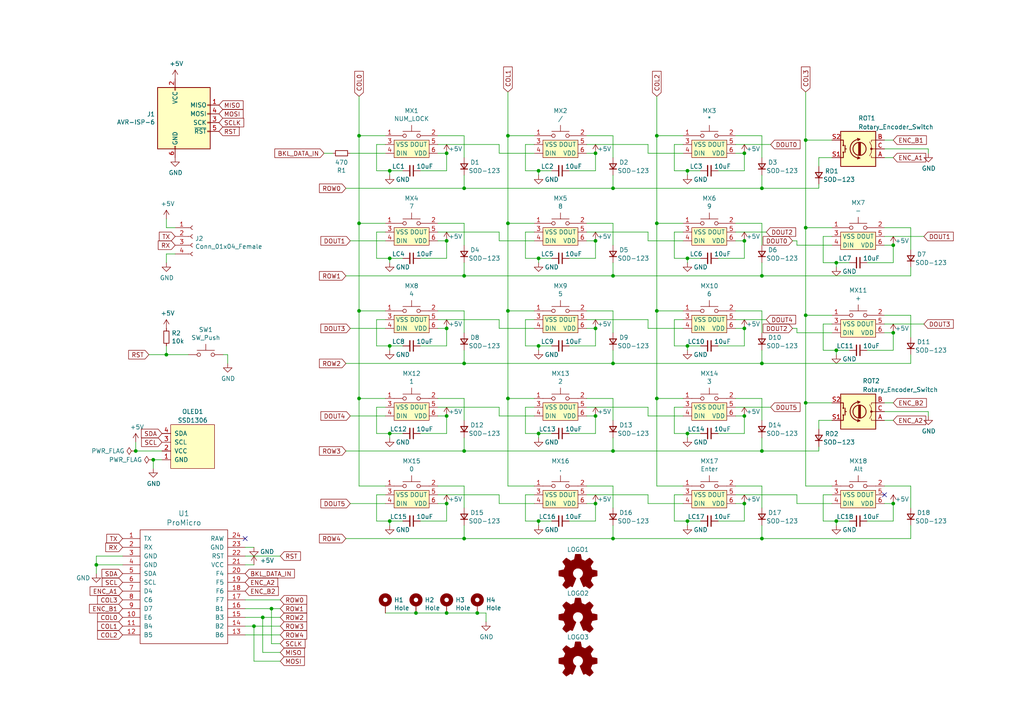
<source format=kicad_sch>
(kicad_sch (version 20211123) (generator eeschema)
  (paper "A4")
  (junction (at 199.39 49.53))
  (junction (at 134.62 54.61))
  (junction (at 129.54 69.85))
  (junction (at 134.62 130.81))
  (junction (at 190.5 64.77))
  (junction (at 134.62 105.41))
  (junction (at 220.98 105.41))
  (junction (at 104.14 64.77))
  (junction (at 104.14 115.57))
  (junction (at 172.72 120.65))
  (junction (at 233.68 91.44))
  (junction (at 259.08 71.12))
  (junction (at 172.72 69.85))
  (junction (at 78.74 176.53))
  (junction (at 259.08 146.05))
  (junction (at 134.62 80.01))
  (junction (at 220.98 130.81))
  (junction (at 129.54 95.25))
  (junction (at 177.8 130.81))
  (junction (at 147.32 64.77))
  (junction (at 199.39 125.73))
  (junction (at 104.14 90.17))
  (junction (at 129.54 146.05))
  (junction (at 199.39 151.13))
  (junction (at 120.65 177.8))
  (junction (at 215.9 44.45))
  (junction (at 113.03 125.73))
  (junction (at 199.39 100.33))
  (junction (at 177.8 80.01))
  (junction (at 113.03 74.93))
  (junction (at 104.14 39.37))
  (junction (at 233.68 116.84))
  (junction (at 215.9 146.05))
  (junction (at 215.9 120.65))
  (junction (at 215.9 69.85))
  (junction (at 190.5 39.37))
  (junction (at 177.8 156.21))
  (junction (at 177.8 54.61))
  (junction (at 48.26 102.87))
  (junction (at 220.98 156.21))
  (junction (at 215.9 95.25))
  (junction (at 233.68 66.04))
  (junction (at 113.03 151.13))
  (junction (at 199.39 74.93))
  (junction (at 190.5 115.57))
  (junction (at 147.32 39.37))
  (junction (at 156.21 151.13))
  (junction (at 172.72 146.05))
  (junction (at 220.98 80.01))
  (junction (at 156.21 125.73))
  (junction (at 177.8 105.41))
  (junction (at 27.94 163.83))
  (junction (at 156.21 100.33))
  (junction (at 138.43 177.8))
  (junction (at 172.72 95.25))
  (junction (at 134.62 156.21))
  (junction (at 129.54 120.65))
  (junction (at 129.54 44.45))
  (junction (at 156.21 49.53))
  (junction (at 147.32 90.17))
  (junction (at 190.5 90.17))
  (junction (at 242.57 101.6))
  (junction (at 156.21 74.93))
  (junction (at 44.45 133.35))
  (junction (at 113.03 100.33))
  (junction (at 242.57 151.13))
  (junction (at 73.66 181.61))
  (junction (at 113.03 49.53))
  (junction (at 76.2 179.07))
  (junction (at 259.08 96.52))
  (junction (at 129.54 177.8))
  (junction (at 233.68 40.64))
  (junction (at 147.32 115.57))
  (junction (at 172.72 44.45))
  (junction (at 39.37 130.81))
  (junction (at 242.57 76.2))
  (junction (at 220.98 54.61))
  (no_connect (at 71.12 156.21))
  (no_connect (at 256.54 143.51))
  (wire (pts (xy 220.98 101.6) (xy 220.98 105.41)))
  (wire (pts (xy 199.39 49.53) (xy 203.2 49.53)))
  (wire (pts (xy 213.36 69.85) (xy 215.9 69.85)))
  (wire (pts (xy 134.62 39.37) (xy 134.62 45.72)))
  (wire (pts (xy 213.36 90.17) (xy 220.98 90.17)))
  (wire (pts (xy 113.03 151.13) (xy 116.84 151.13)))
  (wire (pts (xy 195.58 41.91) (xy 195.58 49.53)))
  (wire (pts (xy 256.54 96.52) (xy 259.08 96.52)))
  (wire (pts (xy 170.18 39.37) (xy 177.8 39.37)))
  (wire (pts (xy 100.33 80.01) (xy 134.62 80.01)))
  (wire (pts (xy 187.96 67.31) (xy 187.96 69.85)))
  (wire (pts (xy 152.4 100.33) (xy 156.21 100.33)))
  (wire (pts (xy 220.98 64.77) (xy 220.98 71.12)))
  (wire (pts (xy 81.28 186.69) (xy 78.74 186.69)))
  (wire (pts (xy 109.22 41.91) (xy 109.22 49.53)))
  (wire (pts (xy 199.39 125.73) (xy 203.2 125.73)))
  (wire (pts (xy 71.12 176.53) (xy 78.74 176.53)))
  (wire (pts (xy 134.62 140.97) (xy 134.62 147.32)))
  (wire (pts (xy 256.54 45.72) (xy 259.08 45.72)))
  (wire (pts (xy 187.96 92.71) (xy 187.96 95.25)))
  (wire (pts (xy 187.96 41.91) (xy 187.96 44.45)))
  (wire (pts (xy 220.98 152.4) (xy 220.98 156.21)))
  (wire (pts (xy 256.54 140.97) (xy 264.16 140.97)))
  (wire (pts (xy 134.62 127) (xy 134.62 130.81)))
  (wire (pts (xy 177.8 115.57) (xy 177.8 121.92)))
  (wire (pts (xy 66.04 105.41) (xy 66.04 102.87)))
  (wire (pts (xy 231.14 95.25) (xy 229.87 95.25)))
  (wire (pts (xy 44.45 135.89) (xy 44.45 133.35)))
  (wire (pts (xy 199.39 76.2) (xy 199.39 74.93)))
  (wire (pts (xy 140.97 177.8) (xy 140.97 180.34)))
  (wire (pts (xy 187.96 143.51) (xy 187.96 146.05)))
  (wire (pts (xy 81.28 189.23) (xy 76.2 189.23)))
  (wire (pts (xy 241.3 93.98) (xy 238.76 93.98)))
  (wire (pts (xy 127 115.57) (xy 134.62 115.57)))
  (wire (pts (xy 233.68 116.84) (xy 233.68 91.44)))
  (wire (pts (xy 198.12 90.17) (xy 190.5 90.17)))
  (wire (pts (xy 73.66 191.77) (xy 73.66 181.61)))
  (wire (pts (xy 152.4 143.51) (xy 152.4 151.13)))
  (wire (pts (xy 215.9 146.05) (xy 215.9 151.13)))
  (wire (pts (xy 242.57 101.6) (xy 246.38 101.6)))
  (wire (pts (xy 113.03 49.53) (xy 116.84 49.53)))
  (wire (pts (xy 127 140.97) (xy 134.62 140.97)))
  (wire (pts (xy 109.22 118.11) (xy 109.22 125.73)))
  (wire (pts (xy 144.78 120.65) (xy 154.94 120.65)))
  (wire (pts (xy 213.36 44.45) (xy 215.9 44.45)))
  (wire (pts (xy 134.62 76.2) (xy 134.62 80.01)))
  (wire (pts (xy 213.36 120.65) (xy 215.9 120.65)))
  (wire (pts (xy 241.3 140.97) (xy 233.68 140.97)))
  (wire (pts (xy 238.76 101.6) (xy 242.57 101.6)))
  (wire (pts (xy 165.1 74.93) (xy 172.72 74.93)))
  (wire (pts (xy 50.8 66.04) (xy 48.26 66.04)))
  (wire (pts (xy 170.18 44.45) (xy 172.72 44.45)))
  (wire (pts (xy 238.76 76.2) (xy 242.57 76.2)))
  (wire (pts (xy 190.5 115.57) (xy 190.5 140.97)))
  (wire (pts (xy 241.3 71.12) (xy 231.14 71.12)))
  (wire (pts (xy 170.18 92.71) (xy 187.96 92.71)))
  (wire (pts (xy 208.28 100.33) (xy 215.9 100.33)))
  (wire (pts (xy 238.76 143.51) (xy 238.76 151.13)))
  (wire (pts (xy 233.68 40.64) (xy 233.68 66.04)))
  (wire (pts (xy 154.94 143.51) (xy 152.4 143.51)))
  (wire (pts (xy 223.52 41.91) (xy 213.36 41.91)))
  (wire (pts (xy 113.03 74.93) (xy 116.84 74.93)))
  (wire (pts (xy 241.3 45.72) (xy 237.49 45.72)))
  (wire (pts (xy 259.08 71.12) (xy 259.08 76.2)))
  (wire (pts (xy 242.57 152.4) (xy 242.57 151.13)))
  (wire (pts (xy 109.22 125.73) (xy 113.03 125.73)))
  (wire (pts (xy 165.1 100.33) (xy 172.72 100.33)))
  (wire (pts (xy 127 120.65) (xy 129.54 120.65)))
  (wire (pts (xy 222.25 92.71) (xy 213.36 92.71)))
  (wire (pts (xy 109.22 67.31) (xy 109.22 74.93)))
  (wire (pts (xy 241.3 66.04) (xy 233.68 66.04)))
  (wire (pts (xy 76.2 189.23) (xy 76.2 179.07)))
  (wire (pts (xy 152.4 49.53) (xy 156.21 49.53)))
  (wire (pts (xy 127 146.05) (xy 129.54 146.05)))
  (wire (pts (xy 152.4 92.71) (xy 152.4 100.33)))
  (wire (pts (xy 256.54 116.84) (xy 259.08 116.84)))
  (wire (pts (xy 215.9 120.65) (xy 215.9 125.73)))
  (wire (pts (xy 198.12 41.91) (xy 195.58 41.91)))
  (wire (pts (xy 238.76 68.58) (xy 238.76 76.2)))
  (wire (pts (xy 170.18 143.51) (xy 187.96 143.51)))
  (wire (pts (xy 113.03 125.73) (xy 116.84 125.73)))
  (wire (pts (xy 109.22 100.33) (xy 113.03 100.33)))
  (wire (pts (xy 147.32 64.77) (xy 147.32 90.17)))
  (wire (pts (xy 154.94 92.71) (xy 152.4 92.71)))
  (wire (pts (xy 134.62 54.61) (xy 177.8 54.61)))
  (wire (pts (xy 177.8 90.17) (xy 177.8 96.52)))
  (wire (pts (xy 177.8 76.2) (xy 177.8 80.01)))
  (wire (pts (xy 100.33 105.41) (xy 134.62 105.41)))
  (wire (pts (xy 154.94 90.17) (xy 147.32 90.17)))
  (wire (pts (xy 190.5 90.17) (xy 190.5 115.57)))
  (wire (pts (xy 100.33 156.21) (xy 134.62 156.21)))
  (wire (pts (xy 170.18 118.11) (xy 187.96 118.11)))
  (wire (pts (xy 238.76 93.98) (xy 238.76 101.6)))
  (wire (pts (xy 215.9 95.25) (xy 215.9 100.33)))
  (wire (pts (xy 231.14 96.52) (xy 231.14 95.25)))
  (wire (pts (xy 256.54 146.05) (xy 259.08 146.05)))
  (wire (pts (xy 127 41.91) (xy 144.78 41.91)))
  (wire (pts (xy 144.78 44.45) (xy 154.94 44.45)))
  (wire (pts (xy 71.12 184.15) (xy 81.28 184.15)))
  (wire (pts (xy 100.33 54.61) (xy 134.62 54.61)))
  (wire (pts (xy 127 64.77) (xy 134.62 64.77)))
  (wire (pts (xy 113.03 50.8) (xy 113.03 49.53)))
  (wire (pts (xy 208.28 49.53) (xy 215.9 49.53)))
  (wire (pts (xy 259.08 146.05) (xy 259.08 151.13)))
  (wire (pts (xy 147.32 39.37) (xy 147.32 26.67)))
  (wire (pts (xy 127 90.17) (xy 134.62 90.17)))
  (wire (pts (xy 220.98 50.8) (xy 220.98 54.61)))
  (wire (pts (xy 121.92 100.33) (xy 129.54 100.33)))
  (wire (pts (xy 199.39 74.93) (xy 203.2 74.93)))
  (wire (pts (xy 256.54 119.38) (xy 269.24 119.38)))
  (wire (pts (xy 129.54 69.85) (xy 129.54 74.93)))
  (wire (pts (xy 100.33 130.81) (xy 134.62 130.81)))
  (wire (pts (xy 199.39 101.6) (xy 199.39 100.33)))
  (wire (pts (xy 156.21 100.33) (xy 160.02 100.33)))
  (wire (pts (xy 48.26 73.66) (xy 50.8 73.66)))
  (wire (pts (xy 138.43 177.8) (xy 129.54 177.8)))
  (wire (pts (xy 251.46 76.2) (xy 259.08 76.2)))
  (wire (pts (xy 71.12 179.07) (xy 76.2 179.07)))
  (wire (pts (xy 154.94 115.57) (xy 147.32 115.57)))
  (wire (pts (xy 101.6 69.85) (xy 111.76 69.85)))
  (wire (pts (xy 170.18 115.57) (xy 177.8 115.57)))
  (wire (pts (xy 233.68 26.67) (xy 233.68 40.64)))
  (wire (pts (xy 233.68 66.04) (xy 233.68 91.44)))
  (wire (pts (xy 172.72 95.25) (xy 172.72 100.33)))
  (wire (pts (xy 127 92.71) (xy 144.78 92.71)))
  (wire (pts (xy 213.36 115.57) (xy 220.98 115.57)))
  (wire (pts (xy 113.03 100.33) (xy 116.84 100.33)))
  (wire (pts (xy 76.2 179.07) (xy 81.28 179.07)))
  (wire (pts (xy 78.74 176.53) (xy 81.28 176.53)))
  (wire (pts (xy 198.12 92.71) (xy 195.58 92.71)))
  (wire (pts (xy 144.78 67.31) (xy 144.78 69.85)))
  (wire (pts (xy 264.16 152.4) (xy 264.16 156.21)))
  (wire (pts (xy 152.4 118.11) (xy 152.4 125.73)))
  (wire (pts (xy 48.26 102.87) (xy 48.26 100.33)))
  (wire (pts (xy 177.8 156.21) (xy 220.98 156.21)))
  (wire (pts (xy 190.5 64.77) (xy 190.5 90.17)))
  (wire (pts (xy 187.96 95.25) (xy 198.12 95.25)))
  (wire (pts (xy 195.58 92.71) (xy 195.58 100.33)))
  (wire (pts (xy 27.94 163.83) (xy 27.94 166.37)))
  (wire (pts (xy 127 67.31) (xy 144.78 67.31)))
  (wire (pts (xy 101.6 120.65) (xy 111.76 120.65)))
  (wire (pts (xy 264.16 91.44) (xy 264.16 97.79)))
  (wire (pts (xy 109.22 49.53) (xy 113.03 49.53)))
  (wire (pts (xy 111.76 67.31) (xy 109.22 67.31)))
  (wire (pts (xy 111.76 41.91) (xy 109.22 41.91)))
  (wire (pts (xy 264.16 140.97) (xy 264.16 147.32)))
  (wire (pts (xy 165.1 49.53) (xy 172.72 49.53)))
  (wire (pts (xy 127 44.45) (xy 129.54 44.45)))
  (wire (pts (xy 134.62 130.81) (xy 177.8 130.81)))
  (wire (pts (xy 241.3 40.64) (xy 233.68 40.64)))
  (wire (pts (xy 220.98 130.81) (xy 237.49 130.81)))
  (wire (pts (xy 154.94 39.37) (xy 147.32 39.37)))
  (wire (pts (xy 231.14 69.85) (xy 229.87 69.85)))
  (wire (pts (xy 213.36 64.77) (xy 220.98 64.77)))
  (wire (pts (xy 39.37 130.81) (xy 46.99 130.81)))
  (wire (pts (xy 269.24 120.65) (xy 269.24 119.38)))
  (wire (pts (xy 73.66 163.83) (xy 71.12 163.83)))
  (wire (pts (xy 104.14 90.17) (xy 104.14 115.57)))
  (wire (pts (xy 144.78 146.05) (xy 154.94 146.05)))
  (wire (pts (xy 165.1 125.73) (xy 172.72 125.73)))
  (wire (pts (xy 144.78 92.71) (xy 144.78 95.25)))
  (wire (pts (xy 121.92 49.53) (xy 129.54 49.53)))
  (wire (pts (xy 127 69.85) (xy 129.54 69.85)))
  (wire (pts (xy 199.39 151.13) (xy 203.2 151.13)))
  (wire (pts (xy 195.58 118.11) (xy 195.58 125.73)))
  (wire (pts (xy 220.98 105.41) (xy 264.16 105.41)))
  (wire (pts (xy 208.28 74.93) (xy 215.9 74.93)))
  (wire (pts (xy 121.92 74.93) (xy 129.54 74.93)))
  (wire (pts (xy 220.98 127) (xy 220.98 130.81)))
  (wire (pts (xy 256.54 68.58) (xy 267.97 68.58)))
  (wire (pts (xy 251.46 101.6) (xy 259.08 101.6)))
  (wire (pts (xy 111.76 90.17) (xy 104.14 90.17)))
  (wire (pts (xy 113.03 76.2) (xy 113.03 74.93)))
  (wire (pts (xy 195.58 74.93) (xy 199.39 74.93)))
  (wire (pts (xy 187.96 69.85) (xy 198.12 69.85)))
  (wire (pts (xy 104.14 115.57) (xy 104.14 140.97)))
  (wire (pts (xy 170.18 120.65) (xy 172.72 120.65)))
  (wire (pts (xy 48.26 76.2) (xy 48.26 73.66)))
  (wire (pts (xy 195.58 125.73) (xy 199.39 125.73)))
  (wire (pts (xy 144.78 95.25) (xy 154.94 95.25)))
  (wire (pts (xy 172.72 120.65) (xy 172.72 125.73)))
  (wire (pts (xy 241.3 121.92) (xy 237.49 121.92)))
  (wire (pts (xy 177.8 64.77) (xy 177.8 71.12)))
  (wire (pts (xy 208.28 125.73) (xy 215.9 125.73)))
  (wire (pts (xy 134.62 90.17) (xy 134.62 96.52)))
  (wire (pts (xy 39.37 130.81) (xy 39.37 128.27)))
  (wire (pts (xy 220.98 54.61) (xy 237.49 54.61)))
  (wire (pts (xy 220.98 39.37) (xy 220.98 45.72)))
  (wire (pts (xy 129.54 95.25) (xy 129.54 100.33)))
  (wire (pts (xy 81.28 191.77) (xy 73.66 191.77)))
  (wire (pts (xy 220.98 80.01) (xy 264.16 80.01)))
  (wire (pts (xy 190.5 39.37) (xy 190.5 27.94)))
  (wire (pts (xy 198.12 143.51) (xy 195.58 143.51)))
  (wire (pts (xy 231.14 146.05) (xy 241.3 146.05)))
  (wire (pts (xy 134.62 101.6) (xy 134.62 105.41)))
  (wire (pts (xy 213.36 118.11) (xy 223.52 118.11)))
  (wire (pts (xy 73.66 181.61) (xy 81.28 181.61)))
  (wire (pts (xy 220.98 76.2) (xy 220.98 80.01)))
  (wire (pts (xy 177.8 101.6) (xy 177.8 105.41)))
  (wire (pts (xy 71.12 173.99) (xy 81.28 173.99)))
  (wire (pts (xy 134.62 115.57) (xy 134.62 121.92)))
  (wire (pts (xy 199.39 127) (xy 199.39 125.73)))
  (wire (pts (xy 198.12 118.11) (xy 195.58 118.11)))
  (wire (pts (xy 109.22 92.71) (xy 109.22 100.33)))
  (wire (pts (xy 251.46 151.13) (xy 259.08 151.13)))
  (wire (pts (xy 147.32 39.37) (xy 147.32 64.77)))
  (wire (pts (xy 111.76 118.11) (xy 109.22 118.11)))
  (wire (pts (xy 111.76 143.51) (xy 109.22 143.51)))
  (wire (pts (xy 187.96 44.45) (xy 198.12 44.45)))
  (wire (pts (xy 177.8 140.97) (xy 177.8 147.32)))
  (wire (pts (xy 177.8 39.37) (xy 177.8 45.72)))
  (wire (pts (xy 208.28 151.13) (xy 215.9 151.13)))
  (wire (pts (xy 256.54 71.12) (xy 259.08 71.12)))
  (wire (pts (xy 195.58 100.33) (xy 199.39 100.33)))
  (wire (pts (xy 237.49 130.81) (xy 237.49 129.54)))
  (wire (pts (xy 238.76 151.13) (xy 242.57 151.13)))
  (wire (pts (xy 152.4 151.13) (xy 156.21 151.13)))
  (wire (pts (xy 113.03 101.6) (xy 113.03 100.33)))
  (wire (pts (xy 43.18 102.87) (xy 48.26 102.87)))
  (wire (pts (xy 35.56 163.83) (xy 27.94 163.83)))
  (wire (pts (xy 256.54 91.44) (xy 264.16 91.44)))
  (wire (pts (xy 241.3 68.58) (xy 238.76 68.58)))
  (wire (pts (xy 147.32 90.17) (xy 147.32 115.57)))
  (wire (pts (xy 170.18 67.31) (xy 187.96 67.31)))
  (wire (pts (xy 190.5 39.37) (xy 190.5 64.77)))
  (wire (pts (xy 231.14 71.12) (xy 231.14 69.85)))
  (wire (pts (xy 213.36 146.05) (xy 215.9 146.05)))
  (wire (pts (xy 121.92 125.73) (xy 129.54 125.73)))
  (wire (pts (xy 48.26 66.04) (xy 48.26 63.5)))
  (wire (pts (xy 259.08 96.52) (xy 259.08 101.6)))
  (wire (pts (xy 242.57 102.87) (xy 242.57 101.6)))
  (wire (pts (xy 66.04 102.87) (xy 64.77 102.87)))
  (wire (pts (xy 177.8 105.41) (xy 220.98 105.41)))
  (wire (pts (xy 264.16 102.87) (xy 264.16 105.41)))
  (wire (pts (xy 101.6 146.05) (xy 111.76 146.05)))
  (wire (pts (xy 109.22 143.51) (xy 109.22 151.13)))
  (wire (pts (xy 170.18 146.05) (xy 172.72 146.05)))
  (wire (pts (xy 198.12 39.37) (xy 190.5 39.37)))
  (wire (pts (xy 109.22 151.13) (xy 113.03 151.13)))
  (wire (pts (xy 156.21 49.53) (xy 160.02 49.53)))
  (wire (pts (xy 198.12 64.77) (xy 190.5 64.77)))
  (wire (pts (xy 156.21 74.93) (xy 160.02 74.93)))
  (wire (pts (xy 220.98 90.17) (xy 220.98 96.52)))
  (wire (pts (xy 256.54 43.18) (xy 269.24 43.18)))
  (wire (pts (xy 101.6 44.45) (xy 111.76 44.45)))
  (wire (pts (xy 220.98 115.57) (xy 220.98 121.92)))
  (wire (pts (xy 256.54 40.64) (xy 259.08 40.64)))
  (wire (pts (xy 144.78 41.91) (xy 144.78 44.45)))
  (wire (pts (xy 134.62 152.4) (xy 134.62 156.21)))
  (wire (pts (xy 237.49 121.92) (xy 237.49 124.46)))
  (wire (pts (xy 213.36 143.51) (xy 231.14 143.51)))
  (wire (pts (xy 129.54 44.45) (xy 129.54 49.53)))
  (wire (pts (xy 54.61 102.87) (xy 48.26 102.87)))
  (wire (pts (xy 215.9 44.45) (xy 215.9 49.53)))
  (wire (pts (xy 109.22 74.93) (xy 113.03 74.93)))
  (wire (pts (xy 147.32 115.57) (xy 147.32 140.97)))
  (wire (pts (xy 177.8 80.01) (xy 220.98 80.01)))
  (wire (pts (xy 170.18 140.97) (xy 177.8 140.97)))
  (wire (pts (xy 195.58 151.13) (xy 199.39 151.13)))
  (wire (pts (xy 156.21 152.4) (xy 156.21 151.13)))
  (wire (pts (xy 111.76 39.37) (xy 104.14 39.37)))
  (wire (pts (xy 256.54 93.98) (xy 267.97 93.98)))
  (wire (pts (xy 152.4 74.93) (xy 156.21 74.93)))
  (wire (pts (xy 199.39 50.8) (xy 199.39 49.53)))
  (wire (pts (xy 144.78 118.11) (xy 144.78 120.65)))
  (wire (pts (xy 195.58 143.51) (xy 195.58 151.13)))
  (wire (pts (xy 134.62 50.8) (xy 134.62 54.61)))
  (wire (pts (xy 46.99 133.35) (xy 44.45 133.35)))
  (wire (pts (xy 154.94 67.31) (xy 152.4 67.31)))
  (wire (pts (xy 222.25 67.31) (xy 213.36 67.31)))
  (wire (pts (xy 231.14 146.05) (xy 231.14 143.51)))
  (wire (pts (xy 199.39 100.33) (xy 203.2 100.33)))
  (wire (pts (xy 154.94 64.77) (xy 147.32 64.77)))
  (wire (pts (xy 241.3 143.51) (xy 238.76 143.51)))
  (wire (pts (xy 170.18 69.85) (xy 172.72 69.85)))
  (wire (pts (xy 156.21 50.8) (xy 156.21 49.53)))
  (wire (pts (xy 195.58 67.31) (xy 195.58 74.93)))
  (wire (pts (xy 172.72 69.85) (xy 172.72 74.93)))
  (wire (pts (xy 187.96 120.65) (xy 198.12 120.65)))
  (wire (pts (xy 198.12 115.57) (xy 190.5 115.57)))
  (wire (pts (xy 127 95.25) (xy 129.54 95.25)))
  (wire (pts (xy 195.58 49.53) (xy 199.39 49.53)))
  (wire (pts (xy 104.14 39.37) (xy 104.14 64.77)))
  (wire (pts (xy 156.21 101.6) (xy 156.21 100.33)))
  (wire (pts (xy 78.74 186.69) (xy 78.74 176.53)))
  (wire (pts (xy 144.78 69.85) (xy 154.94 69.85)))
  (wire (pts (xy 213.36 140.97) (xy 220.98 140.97)))
  (wire (pts (xy 215.9 69.85) (xy 215.9 74.93)))
  (wire (pts (xy 154.94 41.91) (xy 152.4 41.91)))
  (wire (pts (xy 111.76 64.77) (xy 104.14 64.77)))
  (wire (pts (xy 177.8 127) (xy 177.8 130.81)))
  (wire (pts (xy 170.18 41.91) (xy 187.96 41.91)))
  (wire (pts (xy 187.96 118.11) (xy 187.96 120.65)))
  (wire (pts (xy 111.76 140.97) (xy 104.14 140.97)))
  (wire (pts (xy 237.49 54.61) (xy 237.49 53.34)))
  (wire (pts (xy 104.14 64.77) (xy 104.14 90.17)))
  (wire (pts (xy 156.21 127) (xy 156.21 125.73)))
  (wire (pts (xy 154.94 118.11) (xy 152.4 118.11)))
  (wire (pts (xy 187.96 146.05) (xy 198.12 146.05)))
  (wire (pts (xy 198.12 140.97) (xy 190.5 140.97)))
  (wire (pts (xy 241.3 91.44) (xy 233.68 91.44)))
  (wire (pts (xy 242.57 76.2) (xy 246.38 76.2)))
  (wire (pts (xy 71.12 161.29) (xy 81.28 161.29)))
  (wire (pts (xy 170.18 64.77) (xy 177.8 64.77)))
  (wire (pts (xy 27.94 161.29) (xy 27.94 163.83)))
  (wire (pts (xy 213.36 95.25) (xy 215.9 95.25)))
  (wire (pts (xy 220.98 140.97) (xy 220.98 147.32)))
  (wire (pts (xy 152.4 41.91) (xy 152.4 49.53)))
  (wire (pts (xy 242.57 77.47) (xy 242.57 76.2)))
  (wire (pts (xy 242.57 151.13) (xy 246.38 151.13)))
  (wire (pts (xy 177.8 152.4) (xy 177.8 156.21)))
  (wire (pts (xy 111.76 115.57) (xy 104.14 115.57)))
  (wire (pts (xy 127 118.11) (xy 144.78 118.11)))
  (wire (pts (xy 101.6 95.25) (xy 111.76 95.25)))
  (wire (pts (xy 199.39 152.4) (xy 199.39 151.13)))
  (wire (pts (xy 152.4 125.73) (xy 156.21 125.73)))
  (wire (pts (xy 154.94 140.97) (xy 147.32 140.97)))
  (wire (pts (xy 172.72 146.05) (xy 172.72 151.13)))
  (wire (pts (xy 152.4 67.31) (xy 152.4 74.93)))
  (wire (pts (xy 256.54 66.04) (xy 264.16 66.04)))
  (wire (pts (xy 111.76 92.71) (xy 109.22 92.71)))
  (wire (pts (xy 129.54 146.05) (xy 129.54 151.13)))
  (wire (pts (xy 170.18 95.25) (xy 172.72 95.25)))
  (wire (pts (xy 213.36 39.37) (xy 220.98 39.37)))
  (wire (pts (xy 144.78 143.51) (xy 144.78 146.05)))
  (wire (pts (xy 156.21 151.13) (xy 160.02 151.13)))
  (wire (pts (xy 120.65 177.8) (xy 111.76 177.8)))
  (wire (pts (xy 165.1 151.13) (xy 172.72 151.13)))
  (wire (pts (xy 156.21 76.2) (xy 156.21 74.93)))
  (wire (pts (xy 237.49 45.72) (xy 237.49 48.26)))
  (wire (pts (xy 177.8 50.8) (xy 177.8 54.61)))
  (wire (pts (xy 71.12 158.75) (xy 73.66 158.75)))
  (wire (pts (xy 241.3 116.84) (xy 233.68 116.84)))
  (wire (pts (xy 134.62 156.21) (xy 177.8 156.21)))
  (wire (pts (xy 264.16 77.47) (xy 264.16 80.01)))
  (wire (pts (xy 177.8 54.61) (xy 220.98 54.61)))
  (wire (pts (xy 113.03 152.4) (xy 113.03 151.13)))
  (wire (pts (xy 134.62 64.77) (xy 134.62 71.12)))
  (wire (pts (xy 220.98 156.21) (xy 264.16 156.21)))
  (wire (pts (xy 134.62 105.41) (xy 177.8 105.41)))
  (wire (pts (xy 134.62 80.01) (xy 177.8 80.01)))
  (wire (pts (xy 113.03 127) (xy 113.03 125.73)))
  (wire (pts (xy 233.68 116.84) (xy 233.68 140.97)))
  (wire (pts (xy 127 143.51) (xy 144.78 143.51)))
  (wire (pts (xy 177.8 130.81) (xy 220.98 130.81)))
  (wire (pts (xy 156.21 125.73) (xy 160.02 125.73)))
  (wire (pts (xy 138.43 177.8) (xy 140.97 177.8)))
  (wire (pts (xy 170.18 90.17) (xy 177.8 90.17)))
  (wire (pts (xy 129.54 177.8) (xy 120.65 177.8)))
  (wire (pts (xy 127 39.37) (xy 134.62 39.37)))
  (wire (pts (xy 172.72 44.45) (xy 172.72 49.53)))
  (wire (pts (xy 71.12 181.61) (xy 73.66 181.61)))
  (wire (pts (xy 96.52 44.45) (xy 93.98 44.45)))
  (wire (pts (xy 121.92 151.13) (xy 129.54 151.13)))
  (wire (pts (xy 27.94 161.29) (xy 35.56 161.29)))
  (wire (pts (xy 104.14 39.37) (xy 104.14 27.94)))
  (wire (pts (xy 129.54 120.65) (xy 129.54 125.73)))
  (wire (pts (xy 269.24 44.45) (xy 269.24 43.18)))
  (wire (pts (xy 264.16 66.04) (xy 264.16 72.39)))
  (wire (pts (xy 259.08 121.92) (xy 256.54 121.92)))
  (wire (pts (xy 241.3 96.52) (xy 231.14 96.52)))
  (wire (pts (xy 198.12 67.31) (xy 195.58 67.31)))
  (global_label "MOSI" (shape input) (at 63.5 33.02 0) (property "Intersheet References" "${INTERSHEET_REFS}" (effects hide)))
  (global_label "COL0" (shape input) (at 35.56 179.07 180) (property "Intersheet References" "${INTERSHEET_REFS}" (effects hide)))
  (global_label "ROW1" (shape input) (at 100.33 80.01 180) (property "Intersheet References" "${INTERSHEET_REFS}" (effects hide)))
  (global_label "DOUT5" (shape input) (at 101.6 146.05 180) (property "Intersheet References" "${INTERSHEET_REFS}" (effects hide)))
  (global_label "ROW0" (shape input) (at 100.33 54.61 180) (property "Intersheet References" "${INTERSHEET_REFS}" (effects hide)))
  (global_label "COL1" (shape input) (at 147.32 26.67 90) (property "Intersheet References" "${INTERSHEET_REFS}" (effects hide)))
  (global_label "SCLK" (shape input) (at 63.5 35.56 0) (property "Intersheet References" "${INTERSHEET_REFS}" (effects hide)))
  (global_label "SCLK" (shape input) (at 81.28 186.69 0) (property "Intersheet References" "${INTERSHEET_REFS}" (effects hide)))
  (global_label "ROW2" (shape input) (at 81.28 179.07 0) (property "Intersheet References" "${INTERSHEET_REFS}" (effects hide)))
  (global_label "DOUT4" (shape input) (at 222.25 92.71 0) (property "Intersheet References" "${INTERSHEET_REFS}" (effects hide)))
  (global_label "ENC_B1" (shape input) (at 35.56 176.53 180) (property "Intersheet References" "${INTERSHEET_REFS}" (effects hide)))
  (global_label "RX" (shape input) (at 50.8 71.12 180) (property "Intersheet References" "${INTERSHEET_REFS}" (effects hide)))
  (global_label "SCL" (shape input) (at 35.56 168.91 180) (property "Intersheet References" "${INTERSHEET_REFS}" (effects hide)))
  (global_label "ENC_A1" (shape input) (at 259.08 45.72 0) (property "Intersheet References" "${INTERSHEET_REFS}" (effects hide)))
  (global_label "ENC_B2" (shape input) (at 259.08 116.84 0) (property "Intersheet References" "${INTERSHEET_REFS}" (effects hide)))
  (global_label "MISO" (shape input) (at 81.28 189.23 0) (property "Intersheet References" "${INTERSHEET_REFS}" (effects hide)))
  (global_label "ENC_A2" (shape input) (at 71.12 168.91 0) (property "Intersheet References" "${INTERSHEET_REFS}" (effects hide)))
  (global_label "DOUT5" (shape input) (at 223.52 118.11 0) (property "Intersheet References" "${INTERSHEET_REFS}" (effects hide)))
  (global_label "DOUT0" (shape input) (at 229.87 69.85 180) (property "Intersheet References" "${INTERSHEET_REFS}" (effects hide)))
  (global_label "SCL" (shape input) (at 46.99 128.27 180) (property "Intersheet References" "${INTERSHEET_REFS}" (effects hide)))
  (global_label "ROW4" (shape input) (at 100.33 156.21 180) (property "Intersheet References" "${INTERSHEET_REFS}" (effects hide)))
  (global_label "ENC_A1" (shape input) (at 35.56 171.45 180) (property "Intersheet References" "${INTERSHEET_REFS}" (effects hide)))
  (global_label "ENC_B2" (shape input) (at 71.12 171.45 0) (property "Intersheet References" "${INTERSHEET_REFS}" (effects hide)))
  (global_label "DOUT1" (shape input) (at 267.97 68.58 0) (property "Intersheet References" "${INTERSHEET_REFS}" (effects hide)))
  (global_label "DOUT2" (shape input) (at 222.25 67.31 0) (property "Intersheet References" "${INTERSHEET_REFS}" (effects hide)))
  (global_label "COL2" (shape input) (at 35.56 184.15 180) (property "Intersheet References" "${INTERSHEET_REFS}" (effects hide)))
  (global_label "ROW0" (shape input) (at 81.28 173.99 0) (property "Intersheet References" "${INTERSHEET_REFS}" (effects hide)))
  (global_label "SDA" (shape input) (at 46.99 125.73 180) (property "Intersheet References" "${INTERSHEET_REFS}" (effects hide)))
  (global_label "COL3" (shape input) (at 233.68 26.67 90) (property "Intersheet References" "${INTERSHEET_REFS}" (effects hide)))
  (global_label "ENC_A2" (shape input) (at 259.08 121.92 0) (property "Intersheet References" "${INTERSHEET_REFS}" (effects hide)))
  (global_label "MISO" (shape input) (at 63.5 30.48 0) (property "Intersheet References" "${INTERSHEET_REFS}" (effects hide)))
  (global_label "BKL_DATA_IN" (shape input) (at 71.12 166.37 0) (property "Intersheet References" "${INTERSHEET_REFS}" (effects hide)))
  (global_label "ROW3" (shape input) (at 100.33 130.81 180) (property "Intersheet References" "${INTERSHEET_REFS}" (effects hide)))
  (global_label "BKL_DATA_IN" (shape input) (at 93.98 44.45 180) (property "Intersheet References" "${INTERSHEET_REFS}" (effects hide)))
  (global_label "DOUT3" (shape input) (at 101.6 95.25 180) (property "Intersheet References" "${INTERSHEET_REFS}" (effects hide)))
  (global_label "DOUT2" (shape input) (at 229.87 95.25 180) (property "Intersheet References" "${INTERSHEET_REFS}" (effects hide)))
  (global_label "TX" (shape input) (at 35.56 156.21 180) (property "Intersheet References" "${INTERSHEET_REFS}" (effects hide)))
  (global_label "RST" (shape input) (at 81.28 161.29 0) (property "Intersheet References" "${INTERSHEET_REFS}" (effects hide)))
  (global_label "DOUT0" (shape input) (at 223.52 41.91 0) (property "Intersheet References" "${INTERSHEET_REFS}" (effects hide)))
  (global_label "COL0" (shape input) (at 104.14 27.94 90) (property "Intersheet References" "${INTERSHEET_REFS}" (effects hide)))
  (global_label "ROW4" (shape input) (at 81.28 184.15 0) (property "Intersheet References" "${INTERSHEET_REFS}" (effects hide)))
  (global_label "TX" (shape input) (at 50.8 68.58 180) (property "Intersheet References" "${INTERSHEET_REFS}" (effects hide)))
  (global_label "ROW1" (shape input) (at 81.28 176.53 0) (property "Intersheet References" "${INTERSHEET_REFS}" (effects hide)))
  (global_label "MOSI" (shape input) (at 81.28 191.77 0) (property "Intersheet References" "${INTERSHEET_REFS}" (effects hide)))
  (global_label "ROW2" (shape input) (at 100.33 105.41 180) (property "Intersheet References" "${INTERSHEET_REFS}" (effects hide)))
  (global_label "COL3" (shape input) (at 35.56 173.99 180) (property "Intersheet References" "${INTERSHEET_REFS}" (effects hide)))
  (global_label "RST" (shape input) (at 63.5 38.1 0) (property "Intersheet References" "${INTERSHEET_REFS}" (effects hide)))
  (global_label "ENC_B1" (shape input) (at 259.08 40.64 0) (property "Intersheet References" "${INTERSHEET_REFS}" (effects hide)))
  (global_label "ROW3" (shape input) (at 81.28 181.61 0) (property "Intersheet References" "${INTERSHEET_REFS}" (effects hide)))
  (global_label "COL1" (shape input) (at 35.56 181.61 180) (property "Intersheet References" "${INTERSHEET_REFS}" (effects hide)))
  (global_label "RX" (shape input) (at 35.56 158.75 180) (property "Intersheet References" "${INTERSHEET_REFS}" (effects hide)))
  (global_label "DOUT1" (shape input) (at 101.6 69.85 180) (property "Intersheet References" "${INTERSHEET_REFS}" (effects hide)))
  (global_label "RST" (shape input) (at 43.18 102.87 180) (property "Intersheet References" "${INTERSHEET_REFS}" (effects hide)))
  (global_label "SDA" (shape input) (at 35.56 166.37 180) (property "Intersheet References" "${INTERSHEET_REFS}" (effects hide)))
  (global_label "DOUT3" (shape input) (at 267.97 93.98 0) (property "Intersheet References" "${INTERSHEET_REFS}" (effects hide)))
  (global_label "COL2" (shape input) (at 190.5 27.94 90) (property "Intersheet References" "${INTERSHEET_REFS}" (effects hide)))
  (global_label "DOUT4" (shape input) (at 101.6 120.65 180) (property "Intersheet References" "${INTERSHEET_REFS}" (effects hide)))
  (symbol (lib_id "Connector:AVR-ISP-6") (at 53.34 35.56 0) (unit 1)
    (property "Reference" "J1" (at 44.9834 33.1216 0) (effects (justify right)))
    (property "Value" "AVR-ISP-6" (at 44.9834 35.433 0) (effects (justify right)))
    (property "Footprint" "Connector_PinHeader_2.54mm:PinHeader_2x03_P2.54mm_Vertical" (effects hide))
    (property "Datasheet" " ~" (effects hide))
    (property "JLCPCB BOM" "0" (effects hide))
  )
  (symbol (lib_id "power:GND") (at 27.94 166.37 0) (unit 1)
    (property "Reference" "#PWR044" (effects hide))
    (property "Value" "GND" (at 24.13 167.64 0))
  )
  (symbol (lib_id "Switch:SW_Push") (at 59.69 102.87 0) (unit 1)
    (property "Reference" "SW1" (at 59.69 95.631 0))
    (property "Value" "SW_Push" (at 59.69 97.9424 0))
    (property "Footprint" "random-keyboard-parts:SKQG-1155865" (effects hide))
    (property "LCSC Part" "C318884" (effects hide))
  )
  (symbol (lib_id "power:GND") (at 66.04 105.41 0) (unit 1)
    (property "Reference" "#PWR041" (effects hide))
    (property "Value" "GND" (at 66.167 109.8042 0))
  )
  (symbol (lib_id "Device:R_Small") (at 48.26 97.79 0) (unit 1)
    (property "Reference" "R2" (at 49.7586 96.6216 0) (effects (justify left)))
    (property "Value" "10k" (at 49.7586 98.933 0) (effects (justify left)))
    (property "Footprint" "Resistor_SMD:R_0805_2012Metric" (effects hide))
    (property "LCSC Part" "C17414" (effects hide))
  )
  (symbol (lib_id "power:+5V") (at 48.26 95.25 0) (unit 1)
    (property "Reference" "#PWR037" (effects hide))
    (property "Value" "+5V" (at 48.641 90.8558 0))
  )
  (symbol (lib_id "CherryMX:CherryMX_LTST-A683CEGBW") (at 119.38 67.31 0) (unit 1)
    (property "Reference" "MX4" (at 119.38 57.531 0))
    (property "Value" "7" (at 119.38 59.8424 0))
    (property "Footprint" "CherryMX_PCB_KailhSocket_LTST-A683CEGBW:CherryMX_1.00u_PCB_KailhSocket_LTST-A683CEGBW" (effects hide))
    (property "LCSC Part" "C524051" (effects hide))
  )
  (symbol (lib_id "power:+5V") (at 129.54 69.85 0) (unit 1)
    (property "Reference" "#PWR08" (effects hide))
    (property "Value" "+5V" (at 132.08 68.58 0))
  )
  (symbol (lib_id "Device:D_Small") (at 134.62 73.66 90) (unit 1)
    (property "Reference" "D4" (at 136.398 72.4916 90) (effects (justify right)))
    (property "Value" "SOD-123" (at 135.89 74.93 90) (effects (justify right)))
    (property "Footprint" "Diode_SMD:D_SOD-123" (effects hide))
    (property "LCSC Part" "C2128" (effects hide))
  )
  (symbol (lib_id "Device:C_Small") (at 119.38 74.93 270) (mirror x) (unit 1)
    (property "Reference" "LC4" (at 115.57 73.66 90))
    (property "Value" "10uF" (at 123.19 73.66 90))
    (property "Footprint" "Capacitor_SMD:C_0805_2012Metric" (effects hide))
    (property "LCSC Part" "C15850" (effects hide))
  )
  (symbol (lib_id "power:GND") (at 113.03 76.2 0) (unit 1)
    (property "Reference" "#PWR011" (effects hide))
    (property "Value" "GND" (at 116.84 77.47 0))
  )
  (symbol (lib_id "CherryMX:CherryMX_LTST-A683CEGBW") (at 162.56 67.31 0) (unit 1)
    (property "Reference" "MX5" (at 162.56 57.531 0))
    (property "Value" "8" (at 162.56 59.8424 0))
    (property "Footprint" "CherryMX_PCB_KailhSocket_LTST-A683CEGBW:CherryMX_1.00u_PCB_KailhSocket_LTST-A683CEGBW" (effects hide))
    (property "LCSC Part" "C524051" (effects hide))
  )
  (symbol (lib_id "power:+5V") (at 172.72 69.85 0) (unit 1)
    (property "Reference" "#PWR09" (effects hide))
    (property "Value" "+5V" (at 175.26 68.58 0))
  )
  (symbol (lib_id "Device:D_Small") (at 177.8 73.66 90) (unit 1)
    (property "Reference" "D5" (at 179.578 72.4916 90) (effects (justify right)))
    (property "Value" "SOD-123" (at 179.07 74.93 90) (effects (justify right)))
    (property "Footprint" "Diode_SMD:D_SOD-123" (effects hide))
    (property "LCSC Part" "C2128" (effects hide))
  )
  (symbol (lib_id "Device:C_Small") (at 162.56 74.93 270) (mirror x) (unit 1)
    (property "Reference" "LC5" (at 158.75 73.66 90))
    (property "Value" "10uF" (at 166.37 73.66 90))
    (property "Footprint" "Capacitor_SMD:C_0805_2012Metric" (effects hide))
    (property "LCSC Part" "C15850" (effects hide))
  )
  (symbol (lib_id "power:GND") (at 156.21 76.2 0) (unit 1)
    (property "Reference" "#PWR012" (effects hide))
    (property "Value" "GND" (at 160.02 77.47 0))
  )
  (symbol (lib_id "CherryMX:CherryMX_LTST-A683CEGBW") (at 205.74 67.31 0) (unit 1)
    (property "Reference" "MX6" (at 205.74 57.531 0))
    (property "Value" "9" (at 205.74 59.8424 0))
    (property "Footprint" "CherryMX_PCB_KailhSocket_LTST-A683CEGBW:CherryMX_1.00u_PCB_KailhSocket_LTST-A683CEGBW" (effects hide))
    (property "LCSC Part" "C524051" (effects hide))
  )
  (symbol (lib_id "power:+5V") (at 215.9 69.85 0) (unit 1)
    (property "Reference" "#PWR010" (effects hide))
    (property "Value" "+5V" (at 218.44 68.58 0))
  )
  (symbol (lib_id "Device:D_Small") (at 220.98 73.66 90) (unit 1)
    (property "Reference" "D6" (at 222.758 72.4916 90) (effects (justify right)))
    (property "Value" "SOD-123" (at 222.25 74.93 90) (effects (justify right)))
    (property "Footprint" "Diode_SMD:D_SOD-123" (effects hide))
    (property "LCSC Part" "C2128" (effects hide))
  )
  (symbol (lib_id "Device:C_Small") (at 205.74 74.93 270) (mirror x) (unit 1)
    (property "Reference" "LC6" (at 201.93 73.66 90))
    (property "Value" "10uF" (at 209.55 73.66 90))
    (property "Footprint" "Capacitor_SMD:C_0805_2012Metric" (effects hide))
    (property "LCSC Part" "C15850" (effects hide))
  )
  (symbol (lib_id "power:GND") (at 199.39 76.2 0) (unit 1)
    (property "Reference" "#PWR013" (effects hide))
    (property "Value" "GND" (at 203.2 77.47 0))
  )
  (symbol (lib_id "Device:R_Small") (at 99.06 44.45 270) (mirror x) (unit 1)
    (property "Reference" "R1" (at 99.06 49.4284 90))
    (property "Value" "470" (at 99.06 47.117 90))
    (property "Footprint" "Resistor_SMD:R_0805_2012Metric" (effects hide))
    (property "LCSC Part" "C17710" (effects hide))
  )
  (symbol (lib_id "Graphic:Logo_Open_Hardware_Small") (at 167.64 166.37 0) (unit 1)
    (property "Reference" "LOGO1" (at 167.64 159.385 0))
    (property "Value" "Logo_Open_Hardware_Small" (effects hide))
    (property "Footprint" "custom_footprints:logo" (effects hide))
    (property "JLCPCB BOM" "0" (effects hide))
  )
  (symbol (lib_id "Graphic:Logo_Open_Hardware_Small") (at 167.64 179.07 0) (unit 1)
    (property "Reference" "LOGO2" (at 167.64 172.085 0))
    (property "Value" "Logo_Open_Hardware_Small" (effects hide))
    (property "Footprint" "custom_footprints:qmk_logo" (effects hide))
    (property "JLCPCB BOM" "0" (effects hide))
  )
  (symbol (lib_id "Graphic:Logo_Open_Hardware_Small") (at 167.64 191.77 0) (unit 1)
    (property "Reference" "LOGO3" (at 167.64 184.785 0))
    (property "Value" "Logo_Open_Hardware_Small" (effects hide))
    (property "Footprint" "custom_footprints:vial_logo" (effects hide))
    (property "JLCPCB BOM" "0" (effects hide))
  )
  (symbol (lib_id "SSD1306-128x64_OLED:SSD1306") (at 55.88 129.54 90) (unit 1)
    (property "Reference" "OLED1" (at 55.88 119.38 90))
    (property "Value" "SSD1306" (at 55.88 121.92 90))
    (property "Footprint" "KiCad-SSD1306-128x64:128x64OLED" (effects hide))
    (property "JLCPCB BOM" "0" (effects hide))
  )
  (symbol (lib_id "power:+5V") (at 39.37 128.27 0) (unit 1)
    (property "Reference" "#PWR047" (effects hide))
    (property "Value" "+5V" (at 39.751 123.8758 0))
  )
  (symbol (lib_id "power:GND") (at 44.45 135.89 0) (unit 1)
    (property "Reference" "#PWR048" (effects hide))
    (property "Value" "GND" (at 44.577 140.2842 0))
  )
  (symbol (lib_id "Device:Rotary_Encoder_Switch") (at 248.92 43.18 180) (unit 1)
    (property "Reference" "ROT1" (at 248.92 34.29 0) (effects (justify right)))
    (property "Value" "Rotary_Encoder_Switch" (at 248.92 36.83 0) (effects (justify right)))
    (property "Footprint" "Rotary_Encoder:RotaryEncoder_Alps_EC11E-Switch_Vertical_H20mm" (effects hide))
    (property "JLCPCB BOM" "0" (effects hide))
  )
  (symbol (lib_id "power:GND") (at 269.24 44.45 0) (unit 1)
    (property "Reference" "#PWR042" (effects hide))
    (property "Value" "GND" (at 269.367 48.8442 0))
  )
  (symbol (lib_id "Device:Rotary_Encoder_Switch") (at 248.92 119.38 180) (unit 1)
    (property "Reference" "ROT2" (at 250.19 110.49 0) (effects (justify right)))
    (property "Value" "Rotary_Encoder_Switch" (at 250.19 113.03 0) (effects (justify right)))
    (property "Footprint" "Rotary_Encoder:RotaryEncoder_Alps_EC11E-Switch_Vertical_H20mm" (effects hide))
    (property "JLCPCB BOM" "0" (effects hide))
  )
  (symbol (lib_id "power:GND") (at 269.24 120.65 0) (unit 1)
    (property "Reference" "#PWR043" (effects hide))
    (property "Value" "GND" (at 269.367 125.0442 0))
  )
  (symbol (lib_id "power:+5V") (at 50.8 22.86 0) (unit 1)
    (property "Reference" "#PWR015" (effects hide))
    (property "Value" "+5V" (at 51.181 18.4658 0))
  )
  (symbol (lib_id "power:GND") (at 50.8 45.72 0) (unit 1)
    (property "Reference" "#PWR020" (effects hide))
    (property "Value" "GND" (at 50.927 50.1142 0))
  )
  (symbol (lib_id "Connector:Conn_01x04_Female") (at 55.88 68.58 0) (unit 1)
    (property "Reference" "J2" (at 56.5912 69.1896 0) (effects (justify left)))
    (property "Value" "Conn_01x04_Female" (at 56.5912 71.501 0) (effects (justify left)))
    (property "Footprint" "Connector_PinHeader_2.54mm:PinHeader_1x04_P2.54mm_Vertical" (effects hide))
    (property "JLCPCB BOM" "0" (effects hide))
  )
  (symbol (lib_id "power:GND") (at 48.26 76.2 0) (unit 1)
    (property "Reference" "#PWR046" (effects hide))
    (property "Value" "GND" (at 48.387 80.5942 0))
  )
  (symbol (lib_id "power:+5V") (at 48.26 63.5 0) (unit 1)
    (property "Reference" "#PWR045" (effects hide))
    (property "Value" "+5V" (at 48.641 59.1058 0))
  )
  (symbol (lib_id "Device:D_Small") (at 237.49 127 90) (unit 1)
    (property "Reference" "RD2" (at 239.268 125.8316 90) (effects (justify right)))
    (property "Value" "SOD-123" (at 238.76 128.27 90) (effects (justify right)))
    (property "Footprint" "Diode_SMD:D_SOD-323_HandSoldering" (effects hide))
    (property "LCSC Part" "C2128" (effects hide))
  )
  (symbol (lib_id "Device:D_Small") (at 237.49 50.8 90) (unit 1)
    (property "Reference" "RD1" (at 239.268 49.6316 90) (effects (justify right)))
    (property "Value" "SOD-123" (at 238.76 52.07 90) (effects (justify right)))
    (property "Footprint" "Diode_SMD:D_SOD-323_HandSoldering" (effects hide))
    (property "LCSC Part" "C2128" (effects hide))
  )
  (symbol (lib_id "CherryMX:CherryMX_LTST-A683CEGBW") (at 119.38 41.91 0) (unit 1)
    (property "Reference" "MX1" (at 119.38 32.131 0))
    (property "Value" "NUM_LOCK" (at 119.38 34.4424 0))
    (property "Footprint" "CherryMX_PCB_KailhSocket_LTST-A683CEGBW:CherryMX_1.00u_PCB_KailhSocket_LTST-A683CEGBW" (effects hide))
    (property "LCSC Part" "C524051" (effects hide))
  )
  (symbol (lib_id "power:+5V") (at 129.54 44.45 0) (unit 1)
    (property "Reference" "#PWR01" (effects hide))
    (property "Value" "+5V" (at 132.08 43.18 0))
  )
  (symbol (lib_id "Device:D_Small") (at 134.62 48.26 90) (unit 1)
    (property "Reference" "D1" (at 136.398 47.0916 90) (effects (justify right)))
    (property "Value" "SOD-123" (at 135.89 49.53 90) (effects (justify right)))
    (property "Footprint" "Diode_SMD:D_SOD-123" (effects hide))
    (property "LCSC Part" "C2128" (effects hide))
  )
  (symbol (lib_id "Device:C_Small") (at 119.38 49.53 270) (mirror x) (unit 1)
    (property "Reference" "LC1" (at 115.57 48.26 90))
    (property "Value" "10uF" (at 123.19 48.26 90))
    (property "Footprint" "Capacitor_SMD:C_0805_2012Metric" (effects hide))
    (property "LCSC Part" "C15850" (effects hide))
  )
  (symbol (lib_id "power:GND") (at 113.03 50.8 0) (unit 1)
    (property "Reference" "#PWR04" (effects hide))
    (property "Value" "GND" (at 116.84 52.07 0))
  )
  (symbol (lib_id "CherryMX:CherryMX_LTST-A683CEGBW") (at 162.56 41.91 0) (unit 1)
    (property "Reference" "MX2" (at 162.56 32.131 0))
    (property "Value" "/" (at 162.56 34.4424 0))
    (property "Footprint" "CherryMX_PCB_KailhSocket_LTST-A683CEGBW:CherryMX_1.00u_PCB_KailhSocket_LTST-A683CEGBW" (effects hide))
    (property "LCSC Part" "C524051" (effects hide))
  )
  (symbol (lib_id "power:+5V") (at 172.72 44.45 0) (unit 1)
    (property "Reference" "#PWR02" (effects hide))
    (property "Value" "+5V" (at 175.26 43.18 0))
  )
  (symbol (lib_id "Device:D_Small") (at 177.8 48.26 90) (unit 1)
    (property "Reference" "D2" (at 179.578 47.0916 90) (effects (justify right)))
    (property "Value" "SOD-123" (at 179.07 49.53 90) (effects (justify right)))
    (property "Footprint" "Diode_SMD:D_SOD-123" (effects hide))
    (property "LCSC Part" "C2128" (effects hide))
  )
  (symbol (lib_id "Device:C_Small") (at 162.56 49.53 270) (mirror x) (unit 1)
    (property "Reference" "LC2" (at 158.75 48.26 90))
    (property "Value" "10uF" (at 166.37 48.26 90))
    (property "Footprint" "Capacitor_SMD:C_0805_2012Metric" (effects hide))
    (property "LCSC Part" "C15850" (effects hide))
  )
  (symbol (lib_id "power:GND") (at 156.21 50.8 0) (unit 1)
    (property "Reference" "#PWR05" (effects hide))
    (property "Value" "GND" (at 160.02 52.07 0))
  )
  (symbol (lib_id "CherryMX:CherryMX_LTST-A683CEGBW") (at 205.74 41.91 0) (unit 1)
    (property "Reference" "MX3" (at 205.74 32.131 0))
    (property "Value" "*" (at 205.74 34.4424 0))
    (property "Footprint" "CherryMX_PCB_KailhSocket_LTST-A683CEGBW:CherryMX_1.00u_PCB_KailhSocket_LTST-A683CEGBW" (effects hide))
    (property "LCSC Part" "C524051" (effects hide))
  )
  (symbol (lib_id "power:+5V") (at 215.9 44.45 0) (unit 1)
    (property "Reference" "#PWR03" (effects hide))
    (property "Value" "+5V" (at 218.44 43.18 0))
  )
  (symbol (lib_id "Device:D_Small") (at 220.98 48.26 90) (unit 1)
    (property "Reference" "D3" (at 222.758 47.0916 90) (effects (justify right)))
    (property "Value" "SOD-123" (at 222.25 49.53 90) (effects (justify right)))
    (property "Footprint" "Diode_SMD:D_SOD-123" (effects hide))
    (property "LCSC Part" "C2128" (effects hide))
  )
  (symbol (lib_id "Device:C_Small") (at 205.74 49.53 270) (mirror x) (unit 1)
    (property "Reference" "LC3" (at 201.93 48.26 90))
    (property "Value" "10uF" (at 209.55 48.26 90))
    (property "Footprint" "Capacitor_SMD:C_0805_2012Metric" (effects hide))
    (property "LCSC Part" "C15850" (effects hide))
  )
  (symbol (lib_id "power:GND") (at 199.39 50.8 0) (unit 1)
    (property "Reference" "#PWR06" (effects hide))
    (property "Value" "GND" (at 203.2 52.07 0))
  )
  (symbol (lib_id "CherryMX:CherryMX_LTST-A683CEGBW") (at 119.38 92.71 0) (unit 1)
    (property "Reference" "MX8" (at 119.38 82.931 0))
    (property "Value" "4" (at 119.38 85.2424 0))
    (property "Footprint" "CherryMX_PCB_KailhSocket_LTST-A683CEGBW:CherryMX_1.00u_PCB_KailhSocket_LTST-A683CEGBW" (effects hide))
    (property "LCSC Part" "C524051" (effects hide))
  )
  (symbol (lib_id "power:+5V") (at 129.54 95.25 0) (unit 1)
    (property "Reference" "#PWR016" (effects hide))
    (property "Value" "+5V" (at 132.08 93.98 0))
  )
  (symbol (lib_id "Device:D_Small") (at 134.62 99.06 90) (unit 1)
    (property "Reference" "D8" (at 136.398 97.8916 90) (effects (justify right)))
    (property "Value" "SOD-123" (at 135.89 100.33 90) (effects (justify right)))
    (property "Footprint" "Diode_SMD:D_SOD-123" (effects hide))
    (property "LCSC Part" "C2128" (effects hide))
  )
  (symbol (lib_id "Device:C_Small") (at 119.38 100.33 270) (mirror x) (unit 1)
    (property "Reference" "LC8" (at 115.57 99.06 90))
    (property "Value" "10uF" (at 123.19 99.06 90))
    (property "Footprint" "Capacitor_SMD:C_0805_2012Metric" (effects hide))
    (property "LCSC Part" "C15850" (effects hide))
  )
  (symbol (lib_id "power:GND") (at 113.03 101.6 0) (unit 1)
    (property "Reference" "#PWR021" (effects hide))
    (property "Value" "GND" (at 116.84 102.87 0))
  )
  (symbol (lib_id "CherryMX:CherryMX_LTST-A683CEGBW") (at 162.56 92.71 0) (unit 1)
    (property "Reference" "MX9" (at 162.56 82.931 0))
    (property "Value" "5" (at 162.56 85.2424 0))
    (property "Footprint" "CherryMX_PCB_KailhSocket_LTST-A683CEGBW:CherryMX_1.00u_PCB_KailhSocket_LTST-A683CEGBW" (effects hide))
    (property "LCSC Part" "C524051" (effects hide))
  )
  (symbol (lib_id "power:+5V") (at 172.72 95.25 0) (unit 1)
    (property "Reference" "#PWR017" (effects hide))
    (property "Value" "+5V" (at 175.26 93.98 0))
  )
  (symbol (lib_id "Device:D_Small") (at 177.8 99.06 90) (unit 1)
    (property "Reference" "D9" (at 179.578 97.8916 90) (effects (justify right)))
    (property "Value" "SOD-123" (at 179.07 100.33 90) (effects (justify right)))
    (property "Footprint" "Diode_SMD:D_SOD-123" (effects hide))
    (property "LCSC Part" "C2128" (effects hide))
  )
  (symbol (lib_id "Device:C_Small") (at 162.56 100.33 270) (mirror x) (unit 1)
    (property "Reference" "LC9" (at 158.75 99.06 90))
    (property "Value" "10uF" (at 166.37 99.06 90))
    (property "Footprint" "Capacitor_SMD:C_0805_2012Metric" (effects hide))
    (property "LCSC Part" "C15850" (effects hide))
  )
  (symbol (lib_id "power:GND") (at 156.21 101.6 0) (unit 1)
    (property "Reference" "#PWR022" (effects hide))
    (property "Value" "GND" (at 160.02 102.87 0))
  )
  (symbol (lib_id "CherryMX:CherryMX_LTST-A683CEGBW") (at 205.74 92.71 0) (unit 1)
    (property "Reference" "MX10" (at 205.74 82.931 0))
    (property "Value" "6" (at 205.74 85.2424 0))
    (property "Footprint" "CherryMX_PCB_KailhSocket_LTST-A683CEGBW:CherryMX_1.00u_PCB_KailhSocket_LTST-A683CEGBW" (effects hide))
    (property "LCSC Part" "C524051" (effects hide))
  )
  (symbol (lib_id "power:+5V") (at 215.9 95.25 0) (unit 1)
    (property "Reference" "#PWR018" (effects hide))
    (property "Value" "+5V" (at 218.44 93.98 0))
  )
  (symbol (lib_id "Device:D_Small") (at 220.98 99.06 90) (unit 1)
    (property "Reference" "D10" (at 222.758 97.8916 90) (effects (justify right)))
    (property "Value" "SOD-123" (at 222.25 100.33 90) (effects (justify right)))
    (property "Footprint" "Diode_SMD:D_SOD-123" (effects hide))
    (property "LCSC Part" "C2128" (effects hide))
  )
  (symbol (lib_id "Device:C_Small") (at 205.74 100.33 270) (mirror x) (unit 1)
    (property "Reference" "LC10" (at 201.93 99.06 90))
    (property "Value" "10uF" (at 209.55 99.06 90))
    (property "Footprint" "Capacitor_SMD:C_0805_2012Metric" (effects hide))
    (property "LCSC Part" "C15850" (effects hide))
  )
  (symbol (lib_id "power:GND") (at 199.39 101.6 0) (unit 1)
    (property "Reference" "#PWR023" (effects hide))
    (property "Value" "GND" (at 203.2 102.87 0))
  )
  (symbol (lib_id "CherryMX:CherryMX_LTST-A683CEGBW") (at 248.92 93.98 0) (unit 1)
    (property "Reference" "MX11" (at 248.92 84.201 0))
    (property "Value" "+" (at 248.92 86.5124 0))
    (property "Footprint" "CherryMX_PCB_KailhSocket_StabWireBottom_LTST-A683CEGBW:CherryMX_2.00u_PCB_KailhSocket_StabWireBottom_LTST-A683CEGBW" (effects hide))
    (property "LCSC Part" "C524051" (effects hide))
  )
  (symbol (lib_id "power:+5V") (at 259.08 96.52 0) (unit 1)
    (property "Reference" "#PWR019" (effects hide))
    (property "Value" "+5V" (at 261.62 95.25 0))
  )
  (symbol (lib_id "Device:D_Small") (at 264.16 100.33 90) (unit 1)
    (property "Reference" "D11" (at 265.938 99.1616 90) (effects (justify right)))
    (property "Value" "SOD-123" (at 265.43 101.6 90) (effects (justify right)))
    (property "Footprint" "Diode_SMD:D_SOD-123" (effects hide))
    (property "LCSC Part" "C2128" (effects hide))
  )
  (symbol (lib_id "Device:C_Small") (at 248.92 101.6 270) (mirror x) (unit 1)
    (property "Reference" "LC11" (at 245.11 100.33 90))
    (property "Value" "10uF" (at 252.73 100.33 90))
    (property "Footprint" "Capacitor_SMD:C_0805_2012Metric" (effects hide))
    (property "LCSC Part" "C15850" (effects hide))
  )
  (symbol (lib_id "power:GND") (at 242.57 102.87 0) (unit 1)
    (property "Reference" "#PWR024" (effects hide))
    (property "Value" "GND" (at 246.38 104.14 0))
  )
  (symbol (lib_id "CherryMX:CherryMX_LTST-A683CEGBW") (at 248.92 68.58 0) (unit 1)
    (property "Reference" "MX7" (at 248.92 58.801 0))
    (property "Value" "-" (at 248.92 61.1124 0))
    (property "Footprint" "CherryMX_PCB_KailhSocket_LTST-A683CEGBW:CherryMX_1.00u_PCB_KailhSocket_LTST-A683CEGBW" (effects hide))
    (property "LCSC Part" "C524051" (effects hide))
  )
  (symbol (lib_id "power:+5V") (at 259.08 71.12 0) (unit 1)
    (property "Reference" "#PWR07" (effects hide))
    (property "Value" "+5V" (at 261.62 69.85 0))
  )
  (symbol (lib_id "Device:D_Small") (at 264.16 74.93 90) (unit 1)
    (property "Reference" "D7" (at 265.938 73.7616 90) (effects (justify right)))
    (property "Value" "SOD-123" (at 265.43 76.2 90) (effects (justify right)))
    (property "Footprint" "Diode_SMD:D_SOD-123" (effects hide))
    (property "LCSC Part" "C2128" (effects hide))
  )
  (symbol (lib_id "Device:C_Small") (at 248.92 76.2 270) (mirror x) (unit 1)
    (property "Reference" "LC7" (at 245.11 74.93 90))
    (property "Value" "10uF" (at 252.73 74.93 90))
    (property "Footprint" "Capacitor_SMD:C_0805_2012Metric" (effects hide))
    (property "LCSC Part" "C15850" (effects hide))
  )
  (symbol (lib_id "power:GND") (at 242.57 77.47 0) (unit 1)
    (property "Reference" "#PWR014" (effects hide))
    (property "Value" "GND" (at 246.38 78.74 0))
  )
  (symbol (lib_id "CherryMX:CherryMX_LTST-A683CEGBW") (at 119.38 118.11 0) (unit 1)
    (property "Reference" "MX12" (at 119.38 108.331 0))
    (property "Value" "1" (at 119.38 110.6424 0))
    (property "Footprint" "CherryMX_PCB_KailhSocket_LTST-A683CEGBW:CherryMX_1.00u_PCB_KailhSocket_LTST-A683CEGBW" (effects hide))
    (property "LCSC Part" "C524051" (effects hide))
  )
  (symbol (lib_id "power:+5V") (at 129.54 120.65 0) (unit 1)
    (property "Reference" "#PWR025" (effects hide))
    (property "Value" "+5V" (at 132.08 119.38 0))
  )
  (symbol (lib_id "Device:D_Small") (at 134.62 124.46 90) (unit 1)
    (property "Reference" "D12" (at 136.398 123.2916 90) (effects (justify right)))
    (property "Value" "SOD-123" (at 135.89 125.73 90) (effects (justify right)))
    (property "Footprint" "Diode_SMD:D_SOD-123" (effects hide))
    (property "LCSC Part" "C2128" (effects hide))
  )
  (symbol (lib_id "Device:C_Small") (at 119.38 125.73 270) (mirror x) (unit 1)
    (property "Reference" "LC12" (at 115.57 124.46 90))
    (property "Value" "10uF" (at 123.19 124.46 90))
    (property "Footprint" "Capacitor_SMD:C_0805_2012Metric" (effects hide))
    (property "LCSC Part" "C15850" (effects hide))
  )
  (symbol (lib_id "power:GND") (at 113.03 127 0) (unit 1)
    (property "Reference" "#PWR028" (effects hide))
    (property "Value" "GND" (at 116.84 128.27 0))
  )
  (symbol (lib_id "CherryMX:CherryMX_LTST-A683CEGBW") (at 162.56 118.11 0) (unit 1)
    (property "Reference" "MX13" (at 162.56 108.331 0))
    (property "Value" "2" (at 162.56 110.6424 0))
    (property "Footprint" "CherryMX_PCB_KailhSocket_LTST-A683CEGBW:CherryMX_1.00u_PCB_KailhSocket_LTST-A683CEGBW" (effects hide))
    (property "LCSC Part" "C524051" (effects hide))
  )
  (symbol (lib_id "power:+5V") (at 172.72 120.65 0) (unit 1)
    (property "Reference" "#PWR026" (effects hide))
    (property "Value" "+5V" (at 175.26 119.38 0))
  )
  (symbol (lib_id "Device:D_Small") (at 177.8 124.46 90) (unit 1)
    (property "Reference" "D13" (at 179.578 123.2916 90) (effects (justify right)))
    (property "Value" "SOD-123" (at 179.07 125.73 90) (effects (justify right)))
    (property "Footprint" "Diode_SMD:D_SOD-123" (effects hide))
    (property "LCSC Part" "C2128" (effects hide))
  )
  (symbol (lib_id "Device:C_Small") (at 162.56 125.73 270) (mirror x) (unit 1)
    (property "Reference" "LC13" (at 158.75 124.46 90))
    (property "Value" "10uF" (at 166.37 124.46 90))
    (property "Footprint" "Capacitor_SMD:C_0805_2012Metric" (effects hide))
    (property "LCSC Part" "C15850" (effects hide))
  )
  (symbol (lib_id "power:GND") (at 156.21 127 0) (unit 1)
    (property "Reference" "#PWR029" (effects hide))
    (property "Value" "GND" (at 160.02 128.27 0))
  )
  (symbol (lib_id "CherryMX:CherryMX_LTST-A683CEGBW") (at 205.74 118.11 0) (unit 1)
    (property "Reference" "MX14" (at 205.74 108.331 0))
    (property "Value" "3" (at 205.74 110.6424 0))
    (property "Footprint" "CherryMX_PCB_KailhSocket_LTST-A683CEGBW:CherryMX_1.00u_PCB_KailhSocket_LTST-A683CEGBW" (effects hide))
    (property "LCSC Part" "C524051" (effects hide))
  )
  (symbol (lib_id "power:+5V") (at 215.9 120.65 0) (unit 1)
    (property "Reference" "#PWR027" (effects hide))
    (property "Value" "+5V" (at 218.44 119.38 0))
  )
  (symbol (lib_id "Device:D_Small") (at 220.98 124.46 90) (unit 1)
    (property "Reference" "D14" (at 222.758 123.2916 90) (effects (justify right)))
    (property "Value" "SOD-123" (at 222.25 125.73 90) (effects (justify right)))
    (property "Footprint" "Diode_SMD:D_SOD-123" (effects hide))
    (property "LCSC Part" "C2128" (effects hide))
  )
  (symbol (lib_id "Device:C_Small") (at 205.74 125.73 270) (mirror x) (unit 1)
    (property "Reference" "LC14" (at 201.93 124.46 90))
    (property "Value" "10uF" (at 209.55 124.46 90))
    (property "Footprint" "Capacitor_SMD:C_0805_2012Metric" (effects hide))
    (property "LCSC Part" "C15850" (effects hide))
  )
  (symbol (lib_id "power:GND") (at 199.39 127 0) (unit 1)
    (property "Reference" "#PWR030" (effects hide))
    (property "Value" "GND" (at 203.2 128.27 0))
  )
  (symbol (lib_id "CherryMX:CherryMX_LTST-A683CEGBW") (at 119.38 143.51 0) (unit 1)
    (property "Reference" "MX15" (at 119.38 133.731 0))
    (property "Value" "0" (at 119.38 136.0424 0))
    (property "Footprint" "CherryMX_PCB_KailhSocket_StabWireBottom_LTST-A683CEGBW:CherryMX_2.00u_PCB_KailhSocket_StabWireBottom_LTST-A683CEGBW" (effects hide))
    (property "LCSC Part" "C524051" (effects hide))
  )
  (symbol (lib_id "power:+5V") (at 129.54 146.05 0) (unit 1)
    (property "Reference" "#PWR031" (effects hide))
    (property "Value" "+5V" (at 132.08 144.78 0))
  )
  (symbol (lib_id "Device:D_Small") (at 134.62 149.86 90) (unit 1)
    (property "Reference" "D15" (at 136.398 148.6916 90) (effects (justify right)))
    (property "Value" "SOD-123" (at 135.89 151.13 90) (effects (justify right)))
    (property "Footprint" "Diode_SMD:D_SOD-123" (effects hide))
    (property "LCSC Part" "C2128" (effects hide))
  )
  (symbol (lib_id "Device:C_Small") (at 119.38 151.13 270) (mirror x) (unit 1)
    (property "Reference" "LC15" (at 115.57 149.86 90))
    (property "Value" "10uF" (at 123.19 149.86 90))
    (property "Footprint" "Capacitor_SMD:C_0805_2012Metric" (effects hide))
    (property "LCSC Part" "C15850" (effects hide))
  )
  (symbol (lib_id "power:GND") (at 113.03 152.4 0) (unit 1)
    (property "Reference" "#PWR036" (effects hide))
    (property "Value" "GND" (at 116.84 153.67 0))
  )
  (symbol (lib_id "CherryMX:CherryMX_LTST-A683CEGBW") (at 162.56 143.51 0) (unit 1)
    (property "Reference" "MX16" (at 162.56 133.731 0))
    (property "Value" "." (at 162.56 136.0424 0))
    (property "Footprint" "CherryMX_PCB_KailhSocket_LTST-A683CEGBW:CherryMX_1.00u_PCB_KailhSocket_LTST-A683CEGBW" (effects hide))
    (property "LCSC Part" "C524051" (effects hide))
  )
  (symbol (lib_id "power:+5V") (at 172.72 146.05 0) (unit 1)
    (property "Reference" "#PWR032" (effects hide))
    (property "Value" "+5V" (at 175.26 144.78 0))
  )
  (symbol (lib_id "Device:D_Small") (at 177.8 149.86 90) (unit 1)
    (property "Reference" "D16" (at 179.578 148.6916 90) (effects (justify right)))
    (property "Value" "SOD-123" (at 179.07 151.13 90) (effects (justify right)))
    (property "Footprint" "Diode_SMD:D_SOD-123" (effects hide))
    (property "LCSC Part" "C2128" (effects hide))
  )
  (symbol (lib_id "Device:C_Small") (at 162.56 151.13 270) (mirror x) (unit 1)
    (property "Reference" "LC16" (at 158.75 149.86 90))
    (property "Value" "10uF" (at 166.37 149.86 90))
    (property "Footprint" "Capacitor_SMD:C_0805_2012Metric" (effects hide))
    (property "LCSC Part" "C15850" (effects hide))
  )
  (symbol (lib_id "power:GND") (at 156.21 152.4 0) (unit 1)
    (property "Reference" "#PWR038" (effects hide))
    (property "Value" "GND" (at 160.02 153.67 0))
  )
  (symbol (lib_id "CherryMX:CherryMX_LTST-A683CEGBW") (at 205.74 143.51 0) (unit 1)
    (property "Reference" "MX17" (at 205.74 133.731 0))
    (property "Value" "Enter" (at 205.74 136.0424 0))
    (property "Footprint" "CherryMX_PCB_KailhSocket_StabWireBottom_LTST-A683CEGBW:CherryMX_2.00u_PCB_KailhSocket_StabWireBottom_LTST-A683CEGBW" (effects hide))
    (property "LCSC Part" "C524051" (effects hide))
  )
  (symbol (lib_id "power:+5V") (at 215.9 146.05 0) (unit 1)
    (property "Reference" "#PWR034" (effects hide))
    (property "Value" "+5V" (at 218.44 144.78 0))
  )
  (symbol (lib_id "Device:D_Small") (at 220.98 149.86 90) (unit 1)
    (property "Reference" "D17" (at 222.758 148.6916 90) (effects (justify right)))
    (property "Value" "SOD-123" (at 222.25 151.13 90) (effects (justify right)))
    (property "Footprint" "Diode_SMD:D_SOD-123" (effects hide))
    (property "LCSC Part" "C2128" (effects hide))
  )
  (symbol (lib_id "Device:C_Small") (at 205.74 151.13 270) (mirror x) (unit 1)
    (property "Reference" "LC17" (at 201.93 149.86 90))
    (property "Value" "10uF" (at 209.55 149.86 90))
    (property "Footprint" "Capacitor_SMD:C_0805_2012Metric" (effects hide))
    (property "LCSC Part" "C15850" (effects hide))
  )
  (symbol (lib_id "power:GND") (at 199.39 152.4 0) (unit 1)
    (property "Reference" "#PWR039" (effects hide))
    (property "Value" "GND" (at 203.2 153.67 0))
  )
  (symbol (lib_id "CherryMX:CherryMX_LTST-A683CEGBW") (at 248.92 143.51 0) (unit 1)
    (property "Reference" "MX18" (at 248.92 133.731 0))
    (property "Value" "Alt" (at 248.92 136.0424 0))
    (property "Footprint" "CherryMX_PCB_KailhSocket_LTST-A683CEGBW:CherryMX_1.50u_PCB_KailhSocket_LTST-A683CEGBW" (effects hide))
    (property "LCSC Part" "C524051" (effects hide))
  )
  (symbol (lib_id "power:+5V") (at 259.08 146.05 0) (unit 1)
    (property "Reference" "#PWR035" (effects hide))
    (property "Value" "+5V" (at 261.62 144.78 0))
  )
  (symbol (lib_id "Device:D_Small") (at 264.16 149.86 90) (unit 1)
    (property "Reference" "D18" (at 265.938 148.6916 90) (effects (justify right)))
    (property "Value" "SOD-123" (at 265.43 151.13 90) (effects (justify right)))
    (property "Footprint" "Diode_SMD:D_SOD-123" (effects hide))
    (property "LCSC Part" "C2128" (effects hide))
  )
  (symbol (lib_id "Device:C_Small") (at 248.92 151.13 270) (mirror x) (unit 1)
    (property "Reference" "LC18" (at 245.11 149.86 90))
    (property "Value" "10uF" (at 252.73 149.86 90))
    (property "Footprint" "Capacitor_SMD:C_0805_2012Metric" (effects hide))
    (property "LCSC Part" "C15850" (effects hide))
  )
  (symbol (lib_id "power:GND") (at 242.57 152.4 0) (unit 1)
    (property "Reference" "#PWR040" (effects hide))
    (property "Value" "GND" (at 246.38 153.67 0))
  )
  (symbol (lib_id "promicro:ProMicro") (at 53.34 175.26 0) (unit 1)
    (property "Reference" "U1" (at 53.34 148.9202 0) (effects (font (size 1.524 1.524))))
    (property "Value" "ProMicro" (at 53.34 151.6126 0) (effects (font (size 1.524 1.524))))
    (property "Footprint" "promicro:ProMicro" (effects hide))
    (property "JLCPCB BOM" "0" (effects hide))
  )
  (symbol (lib_id "power:GND") (at 73.66 158.75 0) (unit 1)
    (property "Reference" "#PWR0101" (effects hide))
    (property "Value" "GND" (at 77.47 160.02 0))
  )
  (symbol (lib_id "power:+5V") (at 73.66 163.83 0) (unit 1)
    (property "Reference" "#PWR0102" (effects hide))
    (property "Value" "+5V" (at 77.47 162.56 0))
  )
  (symbol (lib_id "power:PWR_FLAG") (at 39.37 130.81 90) (unit 1)
    (property "Reference" "#FLG0101" (effects hide))
    (property "Value" "PWR_FLAG" (at 36.1442 130.81 90) (effects (justify left)))
  )
  (symbol (lib_id "power:PWR_FLAG") (at 44.45 133.35 90) (unit 1)
    (property "Reference" "#FLG0102" (effects hide))
    (property "Value" "PWR_FLAG" (at 41.2242 133.35 90) (effects (justify left)))
  )
  (symbol (lib_id "Mechanical:MountingHole_Pad") (at 111.76 175.26 0) (unit 1)
    (property "Reference" "H1" (at 114.3 174.0154 0) (effects (justify left)))
    (property "Value" "Hole" (at 114.3 176.3268 0) (effects (justify left)))
    (property "Footprint" "MountingHole:MountingHole_3.2mm_M3_Pad" (effects hide))
    (property "JLCPCB BOM" "0" (effects hide))
  )
  (symbol (lib_id "power:GND") (at 140.97 180.34 0) (unit 1)
    (property "Reference" "#PWR0103" (effects hide))
    (property "Value" "GND" (at 141.097 184.7342 0))
  )
  (symbol (lib_id "Mechanical:MountingHole_Pad") (at 120.65 175.26 0) (unit 1)
    (property "Reference" "H2" (at 123.19 174.0154 0) (effects (justify left)))
    (property "Value" "Hole" (at 123.19 176.3268 0) (effects (justify left)))
    (property "Footprint" "MountingHole:MountingHole_3.2mm_M3_Pad" (effects hide))
    (property "JLCPCB BOM" "0" (effects hide))
  )
  (symbol (lib_id "Mechanical:MountingHole_Pad") (at 129.54 175.26 0) (unit 1)
    (property "Reference" "H3" (at 132.08 174.0154 0) (effects (justify left)))
    (property "Value" "Hole" (at 132.08 176.3268 0) (effects (justify left)))
    (property "Footprint" "MountingHole:MountingHole_3.2mm_M3_Pad" (effects hide))
    (property "JLCPCB BOM" "0" (effects hide))
  )
  (symbol (lib_id "Mechanical:MountingHole_Pad") (at 138.43 175.26 0) (unit 1)
    (property "Reference" "H4" (at 140.97 174.0154 0) (effects (justify left)))
    (property "Value" "Hole" (at 140.97 176.3268 0) (effects (justify left)))
    (property "Footprint" "MountingHole:MountingHole_3.2mm_M3_Pad" (effects hide))
    (property "JLCPCB BOM" "0" (effects hide))
  )
)
</source>
